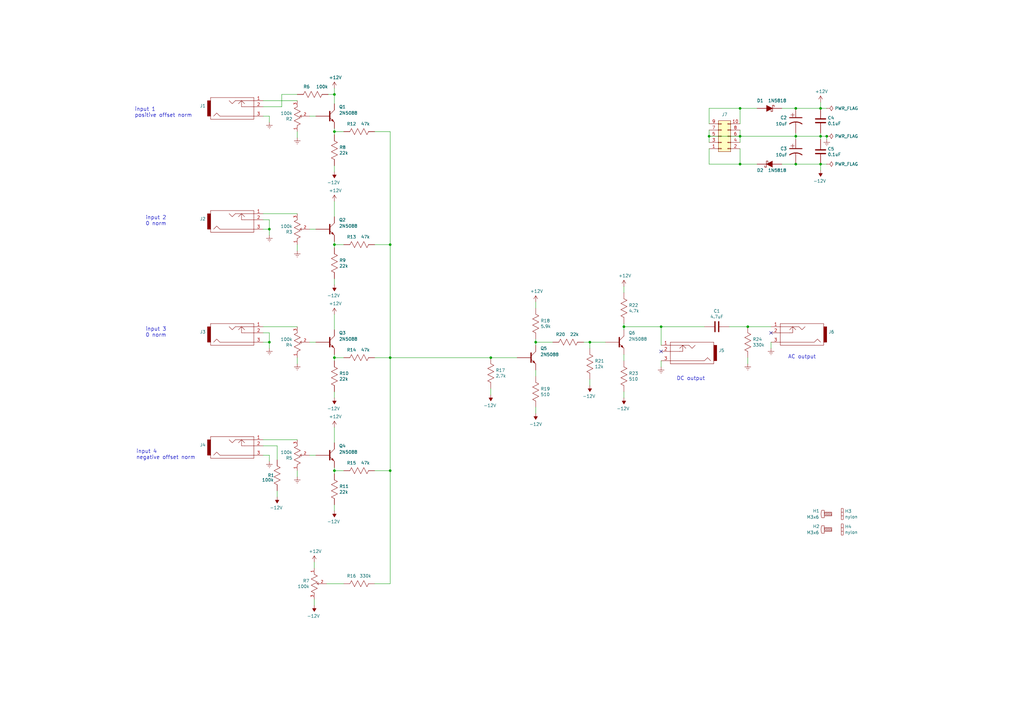
<source format=kicad_sch>
(kicad_sch (version 20211123) (generator eeschema)
  (paper "A3")
  (title_block (title "MSK 011 Transistor Mixer") (comment 1 "$Id: discrmix.sch 8239 2020-10-07 21:02:23Z mskala $"))
  (lib_symbols
    (symbol "mskala:+12V" (power) (pin_names (offset 0))
      (property "Value" "+12V" (at 0 3.556 0))
      (symbol "+12V_0_1"
        (polyline (pts (xy -0.762 1.27) (xy 0 2.54)))
        (polyline (pts (xy 0 0) (xy 0 2.54)))
        (polyline (pts (xy 0 2.54) (xy 0.762 1.27)))
      )
      (symbol "+12V_1_1"
        (pin power_in line (at 0 0 90) (length 0) hide (name "+12V") (number "1"))
      )
    )
    (symbol "mskala:-12V" (power) (pin_names (offset 0))
      (property "Value" "-12V" (at 0 3.81 0))
      (symbol "-12V_0_0"
        (pin power_in line (at 0 0 90) (length 0) hide (name "-12V") (number "1"))
      )
      (symbol "-12V_0_1"
        (polyline (pts (xy 0 0) (xy 0 1.27) (xy 0.762 1.27) (xy 0 2.54) (xy -0.762 1.27) (xy 0 1.27)) (fill (type outline)))
      )
    )
    (symbol "mskala:2N3904" (pin_numbers hide) (pin_names (offset 0) hide)
      (property "Reference" "Q" (at -2.54 -1.27 0))
      (property "Value" "2N3904" (at -2.54 -3.81 0))
      (symbol "2N3904_0_1"
        (polyline (pts (xy 0.635 0.635) (xy 2.54 2.54)))
        (polyline (pts (xy 0.635 -0.635) (xy 2.54 -2.54) (xy 2.54 -2.54)))
        (polyline (pts (xy 0.635 1.905) (xy 0.635 -1.905) (xy 0.635 -1.905)) (stroke (width 0.508)))
        (polyline (pts (xy 1.27 -1.778) (xy 1.778 -1.27) (xy 2.286 -2.286) (xy 1.27 -1.778) (xy 1.27 -1.778)) (fill (type outline)))
      )
      (symbol "2N3904_1_1"
        (pin passive line (at 2.54 -5.08 90) (length 2.54) (name "E") (number "1"))
        (pin input line (at -5.08 0 0) (length 5.715) (name "B") (number "2"))
        (pin passive line (at 2.54 5.08 270) (length 2.54) (name "C") (number "3"))
      )
    )
    (symbol "mskala:C-old" (pin_numbers hide) (pin_names (offset 0.254))
      (property "Reference" "C" (at 1.27 2.54 0))
      (property "Value" "C-old" (at 1.27 -2.54 0))
      (symbol "C-old_0_1"
        (polyline (pts (xy -2.032 -0.762) (xy 2.032 -0.762)) (stroke (width 0.508)))
        (polyline (pts (xy -2.032 0.762) (xy 2.032 0.762)) (stroke (width 0.508)))
      )
      (symbol "C-old_1_1"
        (pin passive line (at 0 5.08 270) (length 4.318) (name "~") (number "1"))
        (pin passive line (at 0 -5.08 90) (length 4.318) (name "~") (number "2"))
      )
    )
    (symbol "mskala:CONN_02X05" (pin_names (offset 0.0254) hide)
      (property "Reference" "J" (at 0 7.62 0))
      (property "Value" "CONN_02X05" (at 0 -7.62 0))
      (symbol "CONN_02X05_0_1"
        (rectangle (start -2.54 -4.953) (end -1.27 -5.207))
        (rectangle (start -2.54 -2.413) (end -1.27 -2.667))
        (rectangle (start -2.54 0.127) (end -1.27 -0.127))
        (rectangle (start -2.54 2.667) (end -1.27 2.413))
        (rectangle (start -2.54 5.207) (end -1.27 4.953))
        (rectangle (start -2.54 6.35) (end 2.54 -6.35) (fill (type background)))
        (rectangle (start 1.27 -4.953) (end 2.54 -5.207))
        (rectangle (start 1.27 -2.413) (end 2.54 -2.667))
        (rectangle (start 1.27 0.127) (end 2.54 -0.127))
        (rectangle (start 1.27 2.667) (end 2.54 2.413))
        (rectangle (start 1.27 5.207) (end 2.54 4.953))
      )
      (symbol "CONN_02X05_1_1"
        (pin passive line (at -6.35 5.08 0) (length 3.81) (name "P1") (number "1"))
        (pin passive line (at 6.35 -5.08 180) (length 3.81) (name "P10") (number "10"))
        (pin passive line (at 6.35 5.08 180) (length 3.81) (name "P2") (number "2"))
        (pin passive line (at -6.35 2.54 0) (length 3.81) (name "P3") (number "3"))
        (pin passive line (at 6.35 2.54 180) (length 3.81) (name "P4") (number "4"))
        (pin passive line (at -6.35 0 0) (length 3.81) (name "P5") (number "5"))
        (pin passive line (at 6.35 0 180) (length 3.81) (name "P6") (number "6"))
        (pin passive line (at -6.35 -2.54 0) (length 3.81) (name "P7") (number "7"))
        (pin passive line (at 6.35 -2.54 180) (length 3.81) (name "P8") (number "8"))
        (pin passive line (at -6.35 -5.08 0) (length 3.81) (name "P9") (number "9"))
      )
    )
    (symbol "mskala:CP1-old" (pin_numbers hide) (pin_names (offset 0.254) hide)
      (property "Reference" "C" (at 1.27 2.54 0))
      (property "Value" "CP1-old" (at 1.27 -2.54 0))
      (symbol "CP1-old_0_0"
        (text "+" (at -1.27 2.54 0) (effects (font (size 2.032 2.032))))
      )
      (symbol "CP1-old_0_1"
        (polyline (pts (xy -2.54 1.27) (xy 2.54 1.27) (xy 1.27 1.27) (xy 1.27 1.27)) (stroke (width 0.381)))
        (arc (start 2.54 -1.27) (mid 0 -0.5009) (end -2.54 -1.27) (stroke (width 0.381)))
      )
      (symbol "CP1-old_1_1"
        (pin passive line (at 0 5.08 270) (length 3.81) (name "~") (number "1"))
        (pin passive line (at 0 -5.08 90) (length 4.572) (name "~") (number "2"))
      )
    )
    (symbol "mskala:DIODESCH" (pin_numbers hide) (pin_names (offset 1.016) hide)
      (property "Reference" "D" (at 0 2.54 0))
      (property "Value" "DIODESCH" (at 0 -2.54 0))
      (symbol "DIODESCH_0_1"
        (polyline (pts (xy -1.27 1.27) (xy 1.27 0) (xy -1.27 -1.27)) (fill (type outline)))
        (polyline (pts (xy 1.905 0.635) (xy 1.905 1.27) (xy 1.27 1.27) (xy 1.27 -1.27) (xy 0.635 -1.27) (xy 0.635 -0.635)) (stroke (width 0.2032)))
      )
      (symbol "DIODESCH_1_1"
        (pin passive line (at -5.08 0 0) (length 3.81) (name "A") (number "1"))
        (pin passive line (at 5.08 0 180) (length 3.81) (name "K") (number "2"))
      )
    )
    (symbol "mskala:GNDREF" (power) (pin_names (offset 0))
      (symbol "GNDREF_0_1"
        (polyline (pts (xy -0.635 -1.905) (xy 0.635 -1.905)))
        (polyline (pts (xy -0.127 -2.54) (xy 0.127 -2.54)))
        (polyline (pts (xy 0 -1.27) (xy 0 0)))
        (polyline (pts (xy 1.27 -1.27) (xy -1.27 -1.27)))
      )
      (symbol "GNDREF_1_1"
        (pin power_in line (at 0 0 270) (length 0) hide (name "GNDREF") (number "1"))
      )
    )
    (symbol "mskala:JACK_2P" (pin_names (offset 1.016))
      (property "Reference" "J" (at -8.89 -5.08 0))
      (property "Value" "JACK_2P" (at -3.81 6.35 0))
      (symbol "JACK_2P_0_1"
        (rectangle (start -11.43 3.81) (end -10.16 -2.54) (fill (type outline)))
        (polyline (pts (xy 3.81 0) (xy 7.62 0) (xy 7.62 0)))
        (polyline (pts (xy 0 -2.54) (xy -1.27 -1.27) (xy -2.54 -2.54) (xy -2.54 -2.54)))
        (polyline (pts (xy 0 -2.54) (xy 7.62 -2.54) (xy 7.62 -2.54) (xy 7.62 -2.54)))
        (polyline (pts (xy 1.27 -1.27) (xy 2.54 -2.54) (xy 3.81 -1.27) (xy 3.81 -1.27)))
        (polyline (pts (xy 3.81 0) (xy 2.54 0) (xy 2.54 -2.54) (xy 2.54 -2.54)))
        (polyline (pts (xy 7.62 3.81) (xy -6.35 3.81) (xy -7.62 2.54) (xy -8.89 3.81) (xy -8.89 3.81)))
        (rectangle (start 7.62 -3.81) (end -10.16 5.08))
      )
      (symbol "JACK_2P_1_1"
        (pin passive line (at 11.43 -2.54 180) (length 3.81) (name "~") (number "1"))
        (pin passive line (at 11.43 0 180) (length 3.81) (name "~") (number "2"))
        (pin passive line (at 11.43 3.81 180) (length 3.81) (name "~") (number "3"))
      )
    )
    (symbol "mskala:MachineScrew" (pin_names (offset 1.016)) (on_board no)
      (property "Reference" "H" (at 0 2.54 0))
      (property "Value" "MachineScrew" (at 0 -2.54 0))
      (symbol "MachineScrew_0_1"
        (arc (start -2.032 1.524) (mid -2.3448 0) (end -2.032 -1.524))
        (polyline (pts (xy -1.016 0.762) (xy -0.508 -0.762)))
        (polyline (pts (xy -0.508 0.762) (xy 0 -0.762)))
        (polyline (pts (xy 0 0.762) (xy 0.508 -0.762)))
        (polyline (pts (xy 0.508 0.762) (xy 1.016 -0.762)))
        (polyline (pts (xy 1.016 0.762) (xy 1.524 -0.762)))
        (polyline (pts (xy 1.524 0.762) (xy 2.032 -0.762)))
        (polyline (pts (xy -2.032 1.524) (xy -1.016 1.524) (xy -1.016 -1.524) (xy -2.032 -1.524)))
        (polyline (pts (xy -1.016 0.762) (xy 2.032 0.762) (xy 2.032 -0.762) (xy -1.016 -0.762)))
      )
    )
    (symbol "mskala:POTUS" (pin_names (offset 1.016) hide)
      (property "Reference" "R" (at 0 -2.54 0))
      (symbol "POTUS_0_1"
        (polyline (pts (xy -3.81 0) (xy -3.175 1.27) (xy -1.905 -1.27) (xy -0.635 1.27) (xy 0.635 -1.27) (xy 1.905 1.27) (xy 3.175 -1.27) (xy 3.81 0)))
        (arc (start 0 1.016) (mid -0.1553 1.4628) (end -0.508 1.778))
        (arc (start 0.508 1.778) (mid 0.1553 1.4628) (end 0 1.016))
      )
      (symbol "POTUS_1_1"
        (pin passive line (at -6.35 0 0) (length 2.54) (name "1") (number "1"))
        (pin passive line (at 0 5.08 270) (length 3.81) (name "2") (number "2"))
        (pin passive line (at 6.35 0 180) (length 2.54) (name "3") (number "3"))
      )
    )
    (symbol "mskala:PWR_FLAG" (power) (pin_numbers hide) (pin_names (offset 0) hide)
      (property "Value" "PWR_FLAG" (at 0 3.81 0))
      (symbol "PWR_FLAG_0_0"
        (pin power_out line (at 0 0 90) (length 0) (name "pwr") (number "1"))
      )
      (symbol "PWR_FLAG_0_1"
        (polyline (pts (xy 0 0) (xy 0 1.27) (xy -1.016 1.905) (xy 0 2.54) (xy 1.016 1.905) (xy 0 1.27)))
      )
    )
    (symbol "mskala:RUS" (pin_numbers hide) (pin_names (offset 0))
      (property "Reference" "R" (at -2.54 2.54 0))
      (property "Value" "RUS" (at 2.54 2.54 0))
      (symbol "RUS_0_1"
        (polyline (pts (xy -3.81 0) (xy -3.175 1.27) (xy -1.905 -1.27) (xy -0.635 1.27) (xy 0.635 -1.27) (xy 1.905 1.27) (xy 3.175 -1.27) (xy 3.81 0)))
      )
      (symbol "RUS_1_1"
        (pin passive line (at -6.35 0 0) (length 2.54) (name "~") (number "1"))
        (pin passive line (at 6.35 0 180) (length 2.54) (name "~") (number "2"))
      )
    )
    (symbol "mskala:Washer" (pin_names (offset 1.016)) (on_board no)
      (property "Reference" "H" (at 0 3.81 0))
      (property "Value" "Washer" (at 0 -3.81 0))
      (symbol "Washer_0_1"
        (rectangle (start -0.381 2.286) (end 0.381 -2.286))
        (polyline (pts (xy -0.381 -0.762) (xy 0.381 -0.762)))
        (polyline (pts (xy -0.381 0.762) (xy 0.381 0.762)))
      )
    )
  )
  (junction (at 336.55 67.31))
  (junction (at 336.55 44.45))
  (junction (at 326.39 44.45))
  (junction (at 290.83 55.88))
  (junction (at 271.145 133.985))
  (junction (at 137.16 53.975))
  (junction (at 255.905 133.985))
  (junction (at 160.02 100.33))
  (junction (at 137.16 193.04))
  (junction (at 137.16 146.685))
  (junction (at 326.39 55.88))
  (junction (at 137.16 38.735))
  (junction (at 241.935 140.335))
  (junction (at 137.16 100.33))
  (junction (at 303.53 44.45))
  (junction (at 326.39 67.31))
  (junction (at 160.02 193.04))
  (junction (at 339.09 55.88))
  (junction (at 160.02 146.685))
  (junction (at 201.295 146.685))
  (junction (at 336.55 55.88))
  (junction (at 110.49 140.335))
  (junction (at 303.53 67.31))
  (junction (at 303.53 55.88))
  (junction (at 219.71 140.335))
  (junction (at 110.49 93.98))
  (junction (at 306.705 133.985))
  (no_connect (at 271.145 144.145))
  (no_connect (at 316.23 136.525))
  (wire (pts (xy 303.53 53.34) (xy 303.53 55.88)))
  (wire (pts (xy 271.145 147.955) (xy 271.145 150.495)))
  (wire (pts (xy 226.695 140.335) (xy 219.71 140.335)))
  (wire (pts (xy 137.16 36.195) (xy 137.16 38.735)))
  (wire (pts (xy 140.97 193.04) (xy 137.16 193.04)))
  (wire (pts (xy 303.53 67.31) (xy 310.515 67.31)))
  (wire (pts (xy 107.95 136.525) (xy 110.49 136.525)))
  (wire (pts (xy 140.97 53.975) (xy 137.16 53.975)))
  (wire (pts (xy 255.905 133.985) (xy 271.145 133.985)))
  (wire (pts (xy 121.92 53.975) (xy 121.92 56.515)))
  (wire (pts (xy 107.95 140.335) (xy 110.49 140.335)))
  (wire (pts (xy 219.71 167.005) (xy 219.71 169.545)))
  (wire (pts (xy 137.16 209.55) (xy 137.16 207.01)))
  (wire (pts (xy 121.92 100.33) (xy 121.92 102.87)))
  (wire (pts (xy 121.92 193.04) (xy 121.92 195.58)))
  (wire (pts (xy 160.02 193.04) (xy 160.02 239.395)))
  (wire (pts (xy 299.085 133.985) (xy 306.705 133.985)))
  (wire (pts (xy 306.705 133.985) (xy 316.23 133.985)))
  (wire (pts (xy 290.83 55.88) (xy 303.53 55.88)))
  (wire (pts (xy 113.665 203.835) (xy 113.665 201.295)))
  (wire (pts (xy 127 140.335) (xy 129.54 140.335)))
  (wire (pts (xy 137.16 100.33) (xy 137.16 101.6)))
  (wire (pts (xy 160.02 100.33) (xy 160.02 146.685)))
  (wire (pts (xy 326.39 44.45) (xy 336.55 44.45)))
  (wire (pts (xy 107.95 41.275) (xy 121.92 41.275)))
  (wire (pts (xy 137.16 116.84) (xy 137.16 114.3)))
  (wire (pts (xy 160.02 53.975) (xy 160.02 100.33)))
  (wire (pts (xy 160.02 53.975) (xy 153.67 53.975)))
  (wire (pts (xy 115.57 43.815) (xy 115.57 38.735)))
  (wire (pts (xy 271.145 133.985) (xy 288.925 133.985)))
  (wire (pts (xy 160.02 193.04) (xy 153.67 193.04)))
  (wire (pts (xy 107.95 90.17) (xy 110.49 90.17)))
  (wire (pts (xy 255.905 133.985) (xy 255.905 135.255)))
  (wire (pts (xy 137.16 128.905) (xy 137.16 135.255)))
  (wire (pts (xy 107.95 47.625) (xy 110.49 47.625)))
  (wire (pts (xy 113.665 182.88) (xy 113.665 188.595)))
  (wire (pts (xy 201.295 146.685) (xy 212.09 146.685)))
  (wire (pts (xy 255.905 132.715) (xy 255.905 133.985)))
  (wire (pts (xy 140.97 100.33) (xy 137.16 100.33)))
  (wire (pts (xy 201.295 159.385) (xy 201.295 161.925)))
  (wire (pts (xy 290.83 67.31) (xy 290.83 60.96)))
  (wire (pts (xy 303.53 60.96) (xy 303.53 67.31)))
  (wire (pts (xy 290.83 44.45) (xy 303.53 44.45)))
  (wire (pts (xy 320.675 67.31) (xy 326.39 67.31)))
  (wire (pts (xy 336.55 55.88) (xy 339.09 55.88)))
  (wire (pts (xy 137.16 99.06) (xy 137.16 100.33)))
  (wire (pts (xy 110.49 186.69) (xy 110.49 189.23)))
  (wire (pts (xy 133.985 239.395) (xy 140.97 239.395)))
  (wire (pts (xy 107.95 93.98) (xy 110.49 93.98)))
  (wire (pts (xy 290.83 55.88) (xy 290.83 58.42)))
  (wire (pts (xy 137.16 175.26) (xy 137.16 181.61)))
  (wire (pts (xy 140.97 146.685) (xy 137.16 146.685)))
  (wire (pts (xy 137.16 53.975) (xy 137.16 55.245)))
  (wire (pts (xy 306.705 149.225) (xy 306.705 146.685)))
  (wire (pts (xy 303.53 55.88) (xy 303.53 58.42)))
  (wire (pts (xy 303.53 50.8) (xy 303.53 44.45)))
  (wire (pts (xy 128.905 248.285) (xy 128.905 245.745)))
  (wire (pts (xy 241.935 140.335) (xy 248.285 140.335)))
  (wire (pts (xy 137.16 52.705) (xy 137.16 53.975)))
  (wire (pts (xy 303.53 55.88) (xy 326.39 55.88)))
  (wire (pts (xy 107.95 43.815) (xy 115.57 43.815)))
  (wire (pts (xy 239.395 140.335) (xy 241.935 140.335)))
  (wire (pts (xy 137.16 38.735) (xy 137.16 42.545)))
  (wire (pts (xy 219.71 126.365) (xy 219.71 123.825)))
  (wire (pts (xy 336.55 67.31) (xy 336.55 69.85)))
  (wire (pts (xy 134.62 38.735) (xy 137.16 38.735)))
  (wire (pts (xy 137.16 146.685) (xy 137.16 147.955)))
  (wire (pts (xy 219.71 151.765) (xy 219.71 154.305)))
  (wire (pts (xy 255.905 147.955) (xy 255.905 145.415)))
  (wire (pts (xy 137.16 82.55) (xy 137.16 88.9)))
  (wire (pts (xy 137.16 163.195) (xy 137.16 160.655)))
  (wire (pts (xy 219.71 139.065) (xy 219.71 140.335)))
  (wire (pts (xy 326.39 67.31) (xy 336.55 67.31)))
  (wire (pts (xy 128.905 230.505) (xy 128.905 233.045)))
  (wire (pts (xy 115.57 38.735) (xy 121.92 38.735)))
  (wire (pts (xy 326.39 54.61) (xy 326.39 55.88)))
  (wire (pts (xy 127 47.625) (xy 129.54 47.625)))
  (wire (pts (xy 339.09 55.88) (xy 339.09 57.15)))
  (wire (pts (xy 326.39 55.88) (xy 326.39 57.15)))
  (wire (pts (xy 241.935 142.875) (xy 241.935 140.335)))
  (wire (pts (xy 107.95 87.63) (xy 121.92 87.63)))
  (wire (pts (xy 316.23 140.335) (xy 316.23 142.875)))
  (wire (pts (xy 303.53 44.45) (xy 310.515 44.45)))
  (wire (pts (xy 107.95 133.985) (xy 121.92 133.985)))
  (wire (pts (xy 336.55 54.61) (xy 336.55 55.88)))
  (wire (pts (xy 137.16 145.415) (xy 137.16 146.685)))
  (wire (pts (xy 107.95 182.88) (xy 113.665 182.88)))
  (wire (pts (xy 219.71 140.335) (xy 219.71 141.605)))
  (wire (pts (xy 110.49 140.335) (xy 110.49 142.875)))
  (wire (pts (xy 127 93.98) (xy 129.54 93.98)))
  (wire (pts (xy 153.67 100.33) (xy 160.02 100.33)))
  (wire (pts (xy 326.39 55.88) (xy 336.55 55.88)))
  (wire (pts (xy 121.92 146.685) (xy 121.92 149.225)))
  (wire (pts (xy 160.02 146.685) (xy 201.295 146.685)))
  (wire (pts (xy 110.49 90.17) (xy 110.49 93.98)))
  (wire (pts (xy 110.49 136.525) (xy 110.49 140.335)))
  (wire (pts (xy 137.16 193.04) (xy 137.16 194.31)))
  (wire (pts (xy 336.55 55.88) (xy 336.55 57.15)))
  (wire (pts (xy 290.83 53.34) (xy 290.83 55.88)))
  (wire (pts (xy 127 186.69) (xy 129.54 186.69)))
  (wire (pts (xy 241.935 155.575) (xy 241.935 158.115)))
  (wire (pts (xy 107.95 186.69) (xy 110.49 186.69)))
  (wire (pts (xy 255.905 120.015) (xy 255.905 117.475)))
  (wire (pts (xy 153.67 146.685) (xy 160.02 146.685)))
  (wire (pts (xy 107.95 180.34) (xy 121.92 180.34)))
  (wire (pts (xy 336.55 44.45) (xy 336.55 41.91)))
  (wire (pts (xy 336.55 44.45) (xy 339.09 44.45)))
  (wire (pts (xy 160.02 146.685) (xy 160.02 193.04)))
  (wire (pts (xy 290.83 67.31) (xy 303.53 67.31)))
  (wire (pts (xy 110.49 47.625) (xy 110.49 50.165)))
  (wire (pts (xy 137.16 191.77) (xy 137.16 193.04)))
  (wire (pts (xy 320.675 44.45) (xy 326.39 44.45)))
  (wire (pts (xy 271.145 141.605) (xy 271.145 133.985)))
  (wire (pts (xy 336.55 67.31) (xy 339.09 67.31)))
  (wire (pts (xy 290.83 50.8) (xy 290.83 44.45)))
  (wire (pts (xy 255.905 160.655) (xy 255.905 163.195)))
  (wire (pts (xy 110.49 93.98) (xy 110.49 96.52)))
  (wire (pts (xy 160.02 239.395) (xy 153.67 239.395)))
  (wire (pts (xy 137.16 70.485) (xy 137.16 67.945)))
  (text "DC output" (at 277.495 156.21 0) (effects (font (size 1.524 1.524)) (justify left bottom)))
  (text "AC output" (at 323.215 147.32 0) (effects (font (size 1.524 1.524)) (justify left bottom)))
  (text "input 3\n0 norm" (at 59.69 138.43 0) (effects (font (size 1.524 1.524)) (justify left bottom)))
  (text "input 1\npositive offset norm" (at 55.245 48.26 0) (effects (font (size 1.524 1.524)) (justify left bottom)))
  (text "input 4\nnegative offset norm" (at 55.88 188.595 0) (effects (font (size 1.524 1.524)) (justify left bottom)))
  (text "input 2\n0 norm" (at 59.69 92.71 0) (effects (font (size 1.524 1.524)) (justify left bottom)))
  (symbol (lib_id "mskala:JACK_2P") (at 96.52 43.815 0) (mirror x) (unit 1)
    (property "Reference" "J1" (at 84.3788 43.4086 0) (effects (justify right)))
    (property "Value" "JACK_2P" (effects hide))
    (property "Footprint" "mskala:jack_ra_slotted_msk" (effects hide))
  )
  (symbol (lib_id "mskala:POTUS") (at 121.92 47.625 270) (mirror x) (unit 1)
    (property "Reference" "R2" (at 119.9388 48.7934 90) (effects (justify right)))
    (property "Value" "100k" (at 119.9388 46.482 90) (effects (justify right)))
    (property "Footprint" "mskala:260Pmsk" (effects hide))
  )
  (symbol (lib_id "mskala:GNDREF") (at 110.49 50.165 0) (unit 1)
    (property "Reference" "#PWR01" (effects hide))
    (property "Value" "GNDREF" (effects hide))
  )
  (symbol (lib_id "mskala:GNDREF") (at 121.92 56.515 0) (unit 1)
    (property "Reference" "#PWR06" (effects hide))
    (property "Value" "GNDREF" (effects hide))
  )
  (symbol (lib_id "mskala:2N3904") (at 134.62 47.625 0) (unit 1)
    (property "Reference" "Q1" (at 139.065 43.815 0) (effects (justify left)))
    (property "Value" "2N5088" (at 139.065 46.355 0) (effects (justify left)))
    (property "Footprint" "mskala:TO92msk" (effects hide))
  )
  (symbol (lib_id "mskala:RUS") (at 137.16 61.595 270) (unit 1)
    (property "Reference" "R8" (at 139.1412 60.4266 90) (effects (justify left)))
    (property "Value" "22k" (at 139.1412 62.738 90) (effects (justify left)))
    (property "Footprint" "mskala:R4valmsk" (effects hide))
  )
  (symbol (lib_id "mskala:RUS") (at 147.32 53.975 0) (unit 1)
    (property "Reference" "R12" (at 144.145 50.8 0))
    (property "Value" "47k" (at 149.86 50.8 0))
    (property "Footprint" "mskala:R4valmsk" (effects hide))
  )
  (symbol (lib_id "mskala:+12V") (at 137.16 36.195 0) (unit 1)
    (property "Reference" "#PWR012" (effects hide))
    (property "Value" "+12V" (at 137.541 31.8008 0))
  )
  (symbol (lib_id "mskala:-12V") (at 137.16 70.485 180) (unit 1)
    (property "Reference" "#PWR013" (effects hide))
    (property "Value" "-12V" (at 136.779 74.8792 0))
  )
  (symbol (lib_id "mskala:RUS") (at 128.27 38.735 0) (unit 1)
    (property "Reference" "R6" (at 125.73 35.56 0))
    (property "Value" "100k" (at 132.08 35.56 0))
    (property "Footprint" "mskala:R4valmsk" (effects hide))
  )
  (symbol (lib_id "mskala:JACK_2P") (at 96.52 90.17 0) (mirror x) (unit 1)
    (property "Reference" "J2" (at 84.3788 89.7636 0) (effects (justify right)))
    (property "Value" "JACK_2P" (effects hide))
    (property "Footprint" "mskala:jack_ra_slotted_msk" (effects hide))
  )
  (symbol (lib_id "mskala:POTUS") (at 121.92 93.98 270) (mirror x) (unit 1)
    (property "Reference" "R3" (at 119.9388 95.1484 90) (effects (justify right)))
    (property "Value" "100k" (at 119.9388 92.837 90) (effects (justify right)))
    (property "Footprint" "mskala:260Pmsk" (effects hide))
  )
  (symbol (lib_id "mskala:GNDREF") (at 110.49 96.52 0) (unit 1)
    (property "Reference" "#PWR02" (effects hide))
    (property "Value" "GNDREF" (effects hide))
  )
  (symbol (lib_id "mskala:GNDREF") (at 121.92 102.87 0) (unit 1)
    (property "Reference" "#PWR07" (effects hide))
    (property "Value" "GNDREF" (effects hide))
  )
  (symbol (lib_id "mskala:2N3904") (at 134.62 93.98 0) (unit 1)
    (property "Reference" "Q2" (at 139.065 90.17 0) (effects (justify left)))
    (property "Value" "2N5088" (at 139.065 92.71 0) (effects (justify left)))
    (property "Footprint" "mskala:TO92msk" (effects hide))
  )
  (symbol (lib_id "mskala:RUS") (at 137.16 107.95 270) (unit 1)
    (property "Reference" "R9" (at 139.1412 106.7816 90) (effects (justify left)))
    (property "Value" "22k" (at 139.1412 109.093 90) (effects (justify left)))
    (property "Footprint" "mskala:R4valmsk" (effects hide))
  )
  (symbol (lib_id "mskala:RUS") (at 147.32 100.33 0) (unit 1)
    (property "Reference" "R13" (at 144.145 97.155 0))
    (property "Value" "47k" (at 149.86 97.155 0))
    (property "Footprint" "mskala:R4valmsk" (effects hide))
  )
  (symbol (lib_id "mskala:+12V") (at 137.16 82.55 0) (unit 1)
    (property "Reference" "#PWR014" (effects hide))
    (property "Value" "+12V" (at 137.541 78.1558 0))
  )
  (symbol (lib_id "mskala:-12V") (at 137.16 116.84 180) (unit 1)
    (property "Reference" "#PWR015" (effects hide))
    (property "Value" "-12V" (at 136.779 121.2342 0))
  )
  (symbol (lib_id "mskala:JACK_2P") (at 96.52 136.525 0) (mirror x) (unit 1)
    (property "Reference" "J3" (at 84.3788 136.1186 0) (effects (justify right)))
    (property "Value" "JACK_2P" (effects hide))
    (property "Footprint" "mskala:jack_ra_slotted_msk" (effects hide))
  )
  (symbol (lib_id "mskala:POTUS") (at 121.92 140.335 270) (mirror x) (unit 1)
    (property "Reference" "R4" (at 119.9388 141.5034 90) (effects (justify right)))
    (property "Value" "100k" (at 119.9388 139.192 90) (effects (justify right)))
    (property "Footprint" "mskala:260Pmsk" (effects hide))
  )
  (symbol (lib_id "mskala:GNDREF") (at 110.49 142.875 0) (unit 1)
    (property "Reference" "#PWR03" (effects hide))
    (property "Value" "GNDREF" (effects hide))
  )
  (symbol (lib_id "mskala:GNDREF") (at 121.92 149.225 0) (unit 1)
    (property "Reference" "#PWR08" (effects hide))
    (property "Value" "GNDREF" (effects hide))
  )
  (symbol (lib_id "mskala:2N3904") (at 134.62 140.335 0) (unit 1)
    (property "Reference" "Q3" (at 139.065 136.525 0) (effects (justify left)))
    (property "Value" "2N5088" (at 139.065 139.065 0) (effects (justify left)))
    (property "Footprint" "mskala:TO92msk" (effects hide))
  )
  (symbol (lib_id "mskala:RUS") (at 137.16 154.305 270) (unit 1)
    (property "Reference" "R10" (at 139.1412 153.1366 90) (effects (justify left)))
    (property "Value" "22k" (at 139.1412 155.448 90) (effects (justify left)))
    (property "Footprint" "mskala:R4valmsk" (effects hide))
  )
  (symbol (lib_id "mskala:RUS") (at 147.32 146.685 0) (unit 1)
    (property "Reference" "R14" (at 144.145 143.51 0))
    (property "Value" "47k" (at 149.86 143.51 0))
    (property "Footprint" "mskala:R4valmsk" (effects hide))
  )
  (symbol (lib_id "mskala:+12V") (at 137.16 128.905 0) (unit 1)
    (property "Reference" "#PWR016" (effects hide))
    (property "Value" "+12V" (at 137.541 124.5108 0))
  )
  (symbol (lib_id "mskala:-12V") (at 137.16 163.195 180) (unit 1)
    (property "Reference" "#PWR017" (effects hide))
    (property "Value" "-12V" (at 136.779 167.5892 0))
  )
  (symbol (lib_id "mskala:JACK_2P") (at 96.52 182.88 0) (mirror x) (unit 1)
    (property "Reference" "J4" (at 84.3788 182.4736 0) (effects (justify right)))
    (property "Value" "JACK_2P" (effects hide))
    (property "Footprint" "mskala:jack_ra_slotted_msk" (effects hide))
  )
  (symbol (lib_id "mskala:POTUS") (at 121.92 186.69 270) (mirror x) (unit 1)
    (property "Reference" "R5" (at 119.9388 187.8584 90) (effects (justify right)))
    (property "Value" "100k" (at 119.9388 185.547 90) (effects (justify right)))
    (property "Footprint" "mskala:260Pmsk" (effects hide))
  )
  (symbol (lib_id "mskala:GNDREF") (at 110.49 189.23 0) (unit 1)
    (property "Reference" "#PWR04" (effects hide))
    (property "Value" "GNDREF" (effects hide))
  )
  (symbol (lib_id "mskala:GNDREF") (at 121.92 195.58 0) (unit 1)
    (property "Reference" "#PWR09" (effects hide))
    (property "Value" "GNDREF" (effects hide))
  )
  (symbol (lib_id "mskala:2N3904") (at 134.62 186.69 0) (unit 1)
    (property "Reference" "Q4" (at 139.065 182.88 0) (effects (justify left)))
    (property "Value" "2N5088" (at 139.065 185.42 0) (effects (justify left)))
    (property "Footprint" "mskala:TO92msk" (effects hide))
  )
  (symbol (lib_id "mskala:RUS") (at 137.16 200.66 270) (unit 1)
    (property "Reference" "R11" (at 139.1412 199.4916 90) (effects (justify left)))
    (property "Value" "22k" (at 139.1412 201.803 90) (effects (justify left)))
    (property "Footprint" "mskala:R4valmsk" (effects hide))
  )
  (symbol (lib_id "mskala:RUS") (at 147.32 193.04 0) (unit 1)
    (property "Reference" "R15" (at 144.145 189.865 0))
    (property "Value" "47k" (at 149.86 189.865 0))
    (property "Footprint" "mskala:R4valmsk" (effects hide))
  )
  (symbol (lib_id "mskala:+12V") (at 137.16 175.26 0) (unit 1)
    (property "Reference" "#PWR018" (effects hide))
    (property "Value" "+12V" (at 137.541 170.8658 0))
  )
  (symbol (lib_id "mskala:-12V") (at 137.16 209.55 180) (unit 1)
    (property "Reference" "#PWR019" (effects hide))
    (property "Value" "-12V" (at 136.779 213.9442 0))
  )
  (symbol (lib_id "mskala:RUS") (at 113.665 194.945 270) (unit 1)
    (property "Reference" "R1" (at 111.125 194.945 90))
    (property "Value" "100k" (at 109.855 196.85 90))
    (property "Footprint" "mskala:R4valmsk" (effects hide))
  )
  (symbol (lib_id "mskala:POTUS") (at 128.905 239.395 270) (unit 1)
    (property "Reference" "R7" (at 126.9238 238.2266 90) (effects (justify right)))
    (property "Value" "100k" (at 126.9238 240.538 90) (effects (justify right)))
    (property "Footprint" "mskala:3386Pmsk" (effects hide))
  )
  (symbol (lib_id "mskala:RUS") (at 147.32 239.395 0) (unit 1)
    (property "Reference" "R16" (at 144.145 236.22 0))
    (property "Value" "330k" (at 149.86 236.22 0))
    (property "Footprint" "mskala:R4valmsk" (effects hide))
  )
  (symbol (lib_id "mskala:+12V") (at 128.905 230.505 0) (unit 1)
    (property "Reference" "#PWR010" (effects hide))
    (property "Value" "+12V" (at 129.286 226.1108 0))
  )
  (symbol (lib_id "mskala:-12V") (at 128.905 248.285 180) (unit 1)
    (property "Reference" "#PWR011" (effects hide))
    (property "Value" "-12V" (at 128.524 252.6792 0))
  )
  (symbol (lib_id "mskala:-12V") (at 113.665 203.835 180) (unit 1)
    (property "Reference" "#PWR05" (effects hide))
    (property "Value" "-12V" (at 113.284 208.2292 0))
  )
  (symbol (lib_id "mskala:RUS") (at 201.295 153.035 270) (unit 1)
    (property "Reference" "R17" (at 203.2762 151.8666 90) (effects (justify left)))
    (property "Value" "2.7k" (at 203.2762 154.178 90) (effects (justify left)))
    (property "Footprint" "mskala:R4valmsk" (effects hide))
  )
  (symbol (lib_id "mskala:2N3904") (at 217.17 146.685 0) (unit 1)
    (property "Reference" "Q5" (at 221.615 142.875 0) (effects (justify left)))
    (property "Value" "2N5088" (at 221.615 145.415 0) (effects (justify left)))
    (property "Footprint" "mskala:TO92msk" (effects hide))
  )
  (symbol (lib_id "mskala:RUS") (at 219.71 160.655 270) (unit 1)
    (property "Reference" "R19" (at 221.6912 159.4866 90) (effects (justify left)))
    (property "Value" "510" (at 221.6912 161.798 90) (effects (justify left)))
    (property "Footprint" "mskala:R4valmsk" (effects hide))
  )
  (symbol (lib_id "mskala:RUS") (at 219.71 132.715 270) (unit 1)
    (property "Reference" "R18" (at 221.6912 131.5466 90) (effects (justify left)))
    (property "Value" "5.9k" (at 221.6912 133.858 90) (effects (justify left)))
    (property "Footprint" "mskala:R4valmsk" (effects hide))
  )
  (symbol (lib_id "mskala:RUS") (at 233.045 140.335 0) (unit 1)
    (property "Reference" "R20" (at 229.87 137.16 0))
    (property "Value" "22k" (at 235.585 137.16 0))
    (property "Footprint" "mskala:R4valmsk" (effects hide))
  )
  (symbol (lib_id "mskala:RUS") (at 241.935 149.225 270) (unit 1)
    (property "Reference" "R21" (at 243.9162 148.0566 90) (effects (justify left)))
    (property "Value" "12k" (at 243.9162 150.368 90) (effects (justify left)))
    (property "Footprint" "mskala:R4valmsk" (effects hide))
  )
  (symbol (lib_id "mskala:2N3904") (at 253.365 140.335 0) (unit 1)
    (property "Reference" "Q6" (at 257.81 136.525 0) (effects (justify left)))
    (property "Value" "2N5088" (at 257.81 139.065 0) (effects (justify left)))
    (property "Footprint" "mskala:TO92msk" (effects hide))
  )
  (symbol (lib_id "mskala:RUS") (at 255.905 154.305 270) (unit 1)
    (property "Reference" "R23" (at 257.8862 153.1366 90) (effects (justify left)))
    (property "Value" "510" (at 257.8862 155.448 90) (effects (justify left)))
    (property "Footprint" "mskala:R4valmsk" (effects hide))
  )
  (symbol (lib_id "mskala:RUS") (at 255.905 126.365 270) (unit 1)
    (property "Reference" "R22" (at 257.8862 125.1966 90) (effects (justify left)))
    (property "Value" "4.7k" (at 257.8862 127.508 90) (effects (justify left)))
    (property "Footprint" "mskala:R4valmsk" (effects hide))
  )
  (symbol (lib_id "mskala:JACK_2P") (at 282.575 144.145 180) (unit 1)
    (property "Reference" "J5" (at 294.7162 143.7386 0) (effects (justify right)))
    (property "Value" "JACK_2P" (effects hide))
    (property "Footprint" "mskala:jack_ra_slotted_msk" (effects hide))
  )
  (symbol (lib_id "mskala:C-old") (at 294.005 133.985 270) (unit 1)
    (property "Reference" "C1" (at 294.005 127.5842 90))
    (property "Value" "4.7uF" (at 294.005 129.8956 90))
    (property "Footprint" "mskala:C2_3x2msk" (effects hide))
  )
  (symbol (lib_id "mskala:JACK_2P") (at 327.66 136.525 180) (unit 1)
    (property "Reference" "J6" (at 339.8012 136.1186 0) (effects (justify right)))
    (property "Value" "JACK_2P" (effects hide))
    (property "Footprint" "mskala:jack_ra_slotted_msk" (effects hide))
  )
  (symbol (lib_id "mskala:RUS") (at 306.705 140.335 270) (unit 1)
    (property "Reference" "R24" (at 308.6862 139.1666 90) (effects (justify left)))
    (property "Value" "330k" (at 308.6862 141.478 90) (effects (justify left)))
    (property "Footprint" "mskala:R4valmsk" (effects hide))
  )
  (symbol (lib_id "mskala:-12V") (at 219.71 169.545 180) (unit 1)
    (property "Reference" "#PWR022" (effects hide))
    (property "Value" "-12V" (at 219.71 173.99 0))
  )
  (symbol (lib_id "mskala:-12V") (at 201.295 161.925 180) (unit 1)
    (property "Reference" "#PWR020" (effects hide))
    (property "Value" "-12V" (at 200.914 166.3192 0))
  )
  (symbol (lib_id "mskala:-12V") (at 241.935 158.115 180) (unit 1)
    (property "Reference" "#PWR023" (effects hide))
    (property "Value" "-12V" (at 241.554 162.5092 0))
  )
  (symbol (lib_id "mskala:-12V") (at 255.905 163.195 180) (unit 1)
    (property "Reference" "#PWR025" (effects hide))
    (property "Value" "-12V" (at 255.524 167.5892 0))
  )
  (symbol (lib_id "mskala:+12V") (at 219.71 123.825 0) (unit 1)
    (property "Reference" "#PWR021" (effects hide))
    (property "Value" "+12V" (at 220.091 119.4308 0))
  )
  (symbol (lib_id "mskala:+12V") (at 255.905 117.475 0) (unit 1)
    (property "Reference" "#PWR024" (effects hide))
    (property "Value" "+12V" (at 256.286 113.0808 0))
  )
  (symbol (lib_id "mskala:GNDREF") (at 306.705 149.225 0) (unit 1)
    (property "Reference" "#PWR027" (effects hide))
    (property "Value" "GNDREF" (effects hide))
  )
  (symbol (lib_id "mskala:GNDREF") (at 316.23 142.875 0) (unit 1)
    (property "Reference" "#PWR028" (effects hide))
    (property "Value" "GNDREF" (effects hide))
  )
  (symbol (lib_id "mskala:GNDREF") (at 271.145 150.495 0) (unit 1)
    (property "Reference" "#PWR026" (effects hide))
    (property "Value" "GNDREF" (effects hide))
  )
  (symbol (lib_id "mskala:CONN_02X05") (at 297.18 55.88 0) (mirror x) (unit 1)
    (property "Reference" "J7" (at 297.18 46.99 0))
    (property "Value" "CONN_02X05" (effects hide))
    (property "Footprint" "mskala:2x05msk" (effects hide))
  )
  (symbol (lib_id "mskala:CP1-old") (at 326.39 49.53 0) (unit 1)
    (property "Reference" "C2" (at 320.04 48.26 0) (effects (justify left)))
    (property "Value" "10uF" (at 318.135 50.8 0) (effects (justify left)))
    (property "Footprint" "mskala:C1V7msk" (effects hide))
  )
  (symbol (lib_id "mskala:CP1-old") (at 326.39 62.23 0) (unit 1)
    (property "Reference" "C3" (at 320.04 60.96 0) (effects (justify left)))
    (property "Value" "10uF" (at 318.135 63.5 0) (effects (justify left)))
    (property "Footprint" "mskala:C1V7msk" (effects hide))
  )
  (symbol (lib_id "mskala:C-old") (at 336.55 49.53 0) (unit 1)
    (property "Reference" "C4" (at 339.471 48.3616 0) (effects (justify left)))
    (property "Value" "0.1uF" (at 339.471 50.673 0) (effects (justify left)))
    (property "Footprint" "mskala:C3msk" (effects hide))
  )
  (symbol (lib_id "mskala:C-old") (at 336.55 62.23 0) (unit 1)
    (property "Reference" "C5" (at 339.471 61.0616 0) (effects (justify left)))
    (property "Value" "0.1uF" (at 339.471 63.373 0) (effects (justify left)))
    (property "Footprint" "mskala:C3msk" (effects hide))
  )
  (symbol (lib_id "mskala:DIODESCH") (at 315.595 44.45 0) (unit 1)
    (property "Reference" "D1" (at 311.785 41.275 0))
    (property "Value" "1N5818" (at 318.77 41.275 0))
    (property "Footprint" "mskala:DO15msk" (effects hide))
  )
  (symbol (lib_id "mskala:+12V") (at 336.55 41.91 0) (unit 1)
    (property "Reference" "#PWR029" (effects hide))
    (property "Value" "+12V" (at 336.931 37.5158 0))
  )
  (symbol (lib_id "mskala:-12V") (at 336.55 69.85 180) (unit 1)
    (property "Reference" "#PWR030" (effects hide))
    (property "Value" "-12V" (at 336.169 74.2442 0))
  )
  (symbol (lib_id "mskala:DIODESCH") (at 315.595 67.31 180) (unit 1)
    (property "Reference" "D2" (at 311.785 69.85 0))
    (property "Value" "1N5818" (at 318.77 69.85 0))
    (property "Footprint" "mskala:DO15msk" (effects hide))
  )
  (symbol (lib_id "mskala:GNDREF") (at 339.09 57.15 0) (unit 1)
    (property "Reference" "#PWR031" (effects hide))
    (property "Value" "GNDREF" (effects hide))
  )
  (symbol (lib_id "mskala:PWR_FLAG") (at 339.09 44.45 270) (unit 1)
    (property "Reference" "#FLG021" (effects hide))
    (property "Value" "PWR_FLAG" (at 342.3412 44.45 90) (effects (justify left)))
  )
  (symbol (lib_id "mskala:PWR_FLAG") (at 339.09 67.31 270) (unit 1)
    (property "Reference" "#FLG022" (effects hide))
    (property "Value" "PWR_FLAG" (at 342.3412 67.31 90) (effects (justify left)))
  )
  (symbol (lib_id "mskala:PWR_FLAG") (at 339.09 55.88 270) (unit 1)
    (property "Reference" "#FLG023" (effects hide))
    (property "Value" "PWR_FLAG" (at 342.3412 55.88 90) (effects (justify left)))
  )
  (symbol (lib_id "mskala:MachineScrew") (at 339.09 210.82 0) (unit 1) (on_board no)
    (property "Reference" "H1" (at 333.375 209.55 0) (effects (justify left)))
    (property "Value" "M3x6" (at 330.835 212.09 0) (effects (justify left)))
    (property "Footprint" "mskala:Hardware" (effects hide))
  )
  (symbol (lib_id "mskala:MachineScrew") (at 339.09 217.17 0) (unit 1) (on_board no)
    (property "Reference" "H2" (at 333.375 215.9 0) (effects (justify left)))
    (property "Value" "M3x6" (at 330.835 218.44 0) (effects (justify left)))
    (property "Footprint" "mskala:Hardware" (effects hide))
  )
  (symbol (lib_id "mskala:Washer") (at 345.44 210.82 0) (unit 1) (on_board no)
    (property "Reference" "H3" (at 346.5322 209.6516 0) (effects (justify left)))
    (property "Value" "nylon" (at 346.5322 211.963 0) (effects (justify left)))
    (property "Footprint" "mskala:Hardware" (effects hide))
  )
  (symbol (lib_id "mskala:Washer") (at 345.44 217.17 0) (unit 1) (on_board no)
    (property "Reference" "H4" (at 346.5322 216.0016 0) (effects (justify left)))
    (property "Value" "nylon" (at 346.5322 218.313 0) (effects (justify left)))
    (property "Footprint" "mskala:Hardware" (effects hide))
  )
)
</source>
